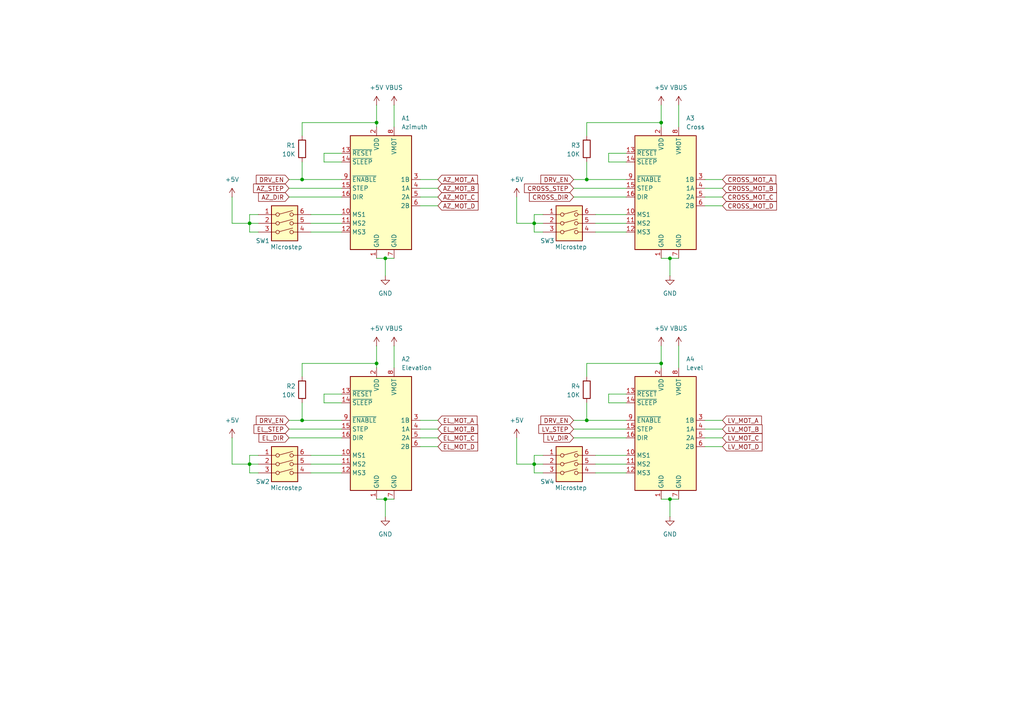
<source format=kicad_sch>
(kicad_sch (version 20250114) (generator "eeschema") (generator_version "9.0")
  (paper "A4")
  (lib_symbols
    (symbol "Device:R" (pin_numbers (hide yes)) (pin_names (offset 0))
      (property "Reference" "R" (at 2.032 0 90))
      (property "Value" "R" (at 0 0 90))
      (symbol "R_0_1"
        (rectangle (start -1.016 -2.54) (end 1.016 2.54) (stroke (width 0.254)))
      )
      (symbol "R_1_1"
        (pin passive line (at 0 3.81 270) (length 1.27) (name "~") (number "1"))
        (pin passive line (at 0 -3.81 90) (length 1.27) (name "~") (number "2"))
      )
    )
    (symbol "Driver_Motor:Pololu_Breakout_A4988"
      (property "Reference" "A" (at -2.54 19.05 0))
      (property "Value" "Pololu_Breakout_A4988" (at -2.54 16.51 0))
      (symbol "Pololu_Breakout_A4988_0_1"
        (rectangle (start 10.16 -17.78) (end -7.62 15.24) (stroke (width 0.254)) (fill (type background)))
      )
      (symbol "Pololu_Breakout_A4988_1_1"
        (pin input line (at -10.16 10.16 0) (length 2.54) (name "~{RESET}") (number "13"))
        (pin input line (at -10.16 7.62 0) (length 2.54) (name "~{SLEEP}") (number "14"))
        (pin input line (at -10.16 2.54 0) (length 2.54) (name "~{ENABLE}") (number "9"))
        (pin input line (at -10.16 0 0) (length 2.54) (name "STEP") (number "15"))
        (pin input line (at -10.16 -2.54 0) (length 2.54) (name "DIR") (number "16"))
        (pin input line (at -10.16 -7.62 0) (length 2.54) (name "MS1") (number "10"))
        (pin input line (at -10.16 -10.16 0) (length 2.54) (name "MS2") (number "11"))
        (pin input line (at -10.16 -12.7 0) (length 2.54) (name "MS3") (number "12"))
        (pin power_in line (at 0 17.78 270) (length 2.54) (name "VDD") (number "2"))
        (pin power_in line (at 0 -20.32 90) (length 2.54) (name "GND") (number "1"))
        (pin power_in line (at 5.08 17.78 270) (length 2.54) (name "VMOT") (number "8"))
        (pin power_in line (at 5.08 -20.32 90) (length 2.54) (name "GND") (number "7"))
        (pin output line (at 12.7 2.54 180) (length 2.54) (name "1B") (number "3"))
        (pin output line (at 12.7 0 180) (length 2.54) (name "1A") (number "4"))
        (pin output line (at 12.7 -2.54 180) (length 2.54) (name "2A") (number "5"))
        (pin output line (at 12.7 -5.08 180) (length 2.54) (name "2B") (number "6"))
      )
    )
    (symbol "Switch:SW_DIP_x03" (pin_names (offset 0) (hide yes))
      (property "Reference" "SW" (at 0 6.35 0))
      (property "Value" "SW_DIP_x03" (at 0 -6.35 0))
      (symbol "SW_DIP_x03_0_0"
        (circle (center -2.032 2.54) (radius 0.508))
        (circle (center -2.032 0) (radius 0.508))
        (circle (center -2.032 -2.54) (radius 0.508))
        (polyline (pts (xy -1.524 2.667) (xy 2.3622 3.7084)))
        (polyline (pts (xy -1.524 0.127) (xy 2.3622 1.1684)))
        (polyline (pts (xy -1.524 -2.413) (xy 2.3622 -1.3716)))
        (circle (center 2.032 2.54) (radius 0.508))
        (circle (center 2.032 0) (radius 0.508))
        (circle (center 2.032 -2.54) (radius 0.508))
      )
      (symbol "SW_DIP_x03_0_1"
        (rectangle (start -3.81 5.08) (end 3.81 -5.08) (stroke (width 0.254)) (fill (type background)))
      )
      (symbol "SW_DIP_x03_1_1"
        (pin passive line (at -7.62 2.54 0) (length 5.08) (name "~") (number "1"))
        (pin passive line (at -7.62 0 0) (length 5.08) (name "~") (number "2"))
        (pin passive line (at -7.62 -2.54 0) (length 5.08) (name "~") (number "3"))
        (pin passive line (at 7.62 2.54 180) (length 5.08) (name "~") (number "6"))
        (pin passive line (at 7.62 0 180) (length 5.08) (name "~") (number "5"))
        (pin passive line (at 7.62 -2.54 180) (length 5.08) (name "~") (number "4"))
      )
    )
    (symbol "power:+5V" (power) (pin_numbers (hide yes)) (pin_names (offset 0) (hide yes))
      (property "Value" "+5V" (at 0 3.556 0))
      (symbol "+5V_0_1"
        (polyline (pts (xy -0.762 1.27) (xy 0 2.54)))
        (polyline (pts (xy 0 2.54) (xy 0.762 1.27)))
        (polyline (pts (xy 0 0) (xy 0 2.54)))
      )
      (symbol "+5V_1_1"
        (pin power_in line (at 0 0 90) (length 0) (name "~") (number "1"))
      )
    )
    (symbol "power:GND" (power) (pin_numbers (hide yes)) (pin_names (offset 0) (hide yes))
      (property "Value" "GND" (at 0 -3.81 0))
      (symbol "GND_0_1"
        (polyline (pts (xy 0 0) (xy 0 -1.27) (xy 1.27 -1.27) (xy 0 -2.54) (xy -1.27 -1.27) (xy 0 -1.27)))
      )
      (symbol "GND_1_1"
        (pin power_in line (at 0 0 270) (length 0) (name "~") (number "1"))
      )
    )
    (symbol "power:VBUS" (power) (pin_numbers (hide yes)) (pin_names (offset 0) (hide yes))
      (property "Value" "VBUS" (at 0 3.556 0))
      (symbol "VBUS_0_1"
        (polyline (pts (xy -0.762 1.27) (xy 0 2.54)))
        (polyline (pts (xy 0 2.54) (xy 0.762 1.27)))
        (polyline (pts (xy 0 0) (xy 0 2.54)))
      )
      (symbol "VBUS_1_1"
        (pin power_in line (at 0 0 90) (length 0) (name "~") (number "1"))
      )
    )
  )
  (junction (at 87.63 121.92))
  (junction (at 170.18 52.07))
  (junction (at 111.76 74.93))
  (junction (at 191.77 105.41))
  (junction (at 191.77 35.56))
  (junction (at 109.22 35.56))
  (junction (at 72.39 64.77))
  (junction (at 72.39 134.62))
  (junction (at 194.31 74.93))
  (junction (at 194.31 144.78))
  (junction (at 109.22 105.41))
  (junction (at 111.76 144.78))
  (junction (at 154.94 134.62))
  (junction (at 170.18 121.92))
  (junction (at 87.63 52.07))
  (junction (at 154.94 64.77))
  (wire (pts (xy 166.37 54.61) (xy 181.61 54.61)))
  (wire (pts (xy 87.63 39.37) (xy 87.63 35.56)))
  (wire (pts (xy 121.92 59.69) (xy 127 59.69)))
  (wire (pts (xy 90.17 137.16) (xy 99.06 137.16)))
  (wire (pts (xy 191.77 35.56) (xy 191.77 36.83)))
  (wire (pts (xy 194.31 74.93) (xy 194.31 80.01)))
  (wire (pts (xy 121.92 124.46) (xy 127 124.46)))
  (wire (pts (xy 109.22 144.78) (xy 111.76 144.78)))
  (wire (pts (xy 111.76 144.78) (xy 111.76 149.86)))
  (wire (pts (xy 109.22 74.93) (xy 111.76 74.93)))
  (wire (pts (xy 191.77 105.41) (xy 191.77 106.68)))
  (wire (pts (xy 204.47 52.07) (xy 209.55 52.07)))
  (wire (pts (xy 191.77 74.93) (xy 194.31 74.93)))
  (wire (pts (xy 114.3 100.33) (xy 114.3 106.68)))
  (wire (pts (xy 72.39 132.08) (xy 72.39 134.62)))
  (wire (pts (xy 181.61 114.3) (xy 176.53 114.3)))
  (wire (pts (xy 109.22 105.41) (xy 109.22 106.68)))
  (wire (pts (xy 87.63 121.92) (xy 99.06 121.92)))
  (wire (pts (xy 170.18 121.92) (xy 181.61 121.92)))
  (wire (pts (xy 149.86 134.62) (xy 154.94 134.62)))
  (wire (pts (xy 149.86 64.77) (xy 154.94 64.77)))
  (wire (pts (xy 194.31 74.93) (xy 196.85 74.93)))
  (wire (pts (xy 166.37 57.15) (xy 181.61 57.15)))
  (wire (pts (xy 154.94 64.77) (xy 157.48 64.77)))
  (wire (pts (xy 170.18 39.37) (xy 170.18 35.56)))
  (wire (pts (xy 154.94 134.62) (xy 157.48 134.62)))
  (wire (pts (xy 87.63 109.22) (xy 87.63 105.41)))
  (wire (pts (xy 87.63 46.99) (xy 87.63 52.07)))
  (wire (pts (xy 154.94 64.77) (xy 154.94 67.31)))
  (wire (pts (xy 204.47 54.61) (xy 209.55 54.61)))
  (wire (pts (xy 114.3 30.48) (xy 114.3 36.83)))
  (wire (pts (xy 157.48 132.08) (xy 154.94 132.08)))
  (wire (pts (xy 149.86 57.15) (xy 149.86 64.77)))
  (wire (pts (xy 194.31 144.78) (xy 194.31 149.86)))
  (wire (pts (xy 191.77 144.78) (xy 194.31 144.78)))
  (wire (pts (xy 166.37 121.92) (xy 170.18 121.92)))
  (wire (pts (xy 191.77 100.33) (xy 191.77 105.41)))
  (wire (pts (xy 90.17 67.31) (xy 99.06 67.31)))
  (wire (pts (xy 99.06 114.3) (xy 93.98 114.3)))
  (wire (pts (xy 176.53 46.99) (xy 181.61 46.99)))
  (wire (pts (xy 72.39 134.62) (xy 72.39 137.16)))
  (wire (pts (xy 176.53 44.45) (xy 176.53 46.99)))
  (wire (pts (xy 72.39 134.62) (xy 74.93 134.62)))
  (wire (pts (xy 204.47 57.15) (xy 209.55 57.15)))
  (wire (pts (xy 87.63 52.07) (xy 99.06 52.07)))
  (wire (pts (xy 154.94 62.23) (xy 154.94 64.77)))
  (wire (pts (xy 72.39 62.23) (xy 72.39 64.77)))
  (wire (pts (xy 67.31 57.15) (xy 67.31 64.77)))
  (wire (pts (xy 121.92 54.61) (xy 127 54.61)))
  (wire (pts (xy 166.37 127) (xy 181.61 127)))
  (wire (pts (xy 121.92 129.54) (xy 127 129.54)))
  (wire (pts (xy 204.47 121.92) (xy 209.55 121.92)))
  (wire (pts (xy 172.72 137.16) (xy 181.61 137.16)))
  (wire (pts (xy 90.17 134.62) (xy 99.06 134.62)))
  (wire (pts (xy 172.72 62.23) (xy 181.61 62.23)))
  (wire (pts (xy 154.94 132.08) (xy 154.94 134.62)))
  (wire (pts (xy 87.63 116.84) (xy 87.63 121.92)))
  (wire (pts (xy 154.94 67.31) (xy 157.48 67.31)))
  (wire (pts (xy 83.82 127) (xy 99.06 127)))
  (wire (pts (xy 121.92 52.07) (xy 127 52.07)))
  (wire (pts (xy 83.82 57.15) (xy 99.06 57.15)))
  (wire (pts (xy 111.76 74.93) (xy 111.76 80.01)))
  (wire (pts (xy 121.92 127) (xy 127 127)))
  (wire (pts (xy 72.39 67.31) (xy 74.93 67.31)))
  (wire (pts (xy 83.82 121.92) (xy 87.63 121.92)))
  (wire (pts (xy 154.94 134.62) (xy 154.94 137.16)))
  (wire (pts (xy 111.76 74.93) (xy 114.3 74.93)))
  (wire (pts (xy 170.18 35.56) (xy 191.77 35.56)))
  (wire (pts (xy 181.61 44.45) (xy 176.53 44.45)))
  (wire (pts (xy 172.72 134.62) (xy 181.61 134.62)))
  (wire (pts (xy 154.94 137.16) (xy 157.48 137.16)))
  (wire (pts (xy 170.18 105.41) (xy 191.77 105.41)))
  (wire (pts (xy 90.17 64.77) (xy 99.06 64.77)))
  (wire (pts (xy 204.47 129.54) (xy 209.55 129.54)))
  (wire (pts (xy 67.31 134.62) (xy 72.39 134.62)))
  (wire (pts (xy 204.47 59.69) (xy 209.55 59.69)))
  (wire (pts (xy 109.22 35.56) (xy 109.22 36.83)))
  (wire (pts (xy 204.47 124.46) (xy 209.55 124.46)))
  (wire (pts (xy 72.39 137.16) (xy 74.93 137.16)))
  (wire (pts (xy 93.98 114.3) (xy 93.98 116.84)))
  (wire (pts (xy 191.77 30.48) (xy 191.77 35.56)))
  (wire (pts (xy 87.63 35.56) (xy 109.22 35.56)))
  (wire (pts (xy 87.63 105.41) (xy 109.22 105.41)))
  (wire (pts (xy 170.18 46.99) (xy 170.18 52.07)))
  (wire (pts (xy 83.82 124.46) (xy 99.06 124.46)))
  (wire (pts (xy 74.93 62.23) (xy 72.39 62.23)))
  (wire (pts (xy 166.37 124.46) (xy 181.61 124.46)))
  (wire (pts (xy 109.22 100.33) (xy 109.22 105.41)))
  (wire (pts (xy 111.76 144.78) (xy 114.3 144.78)))
  (wire (pts (xy 172.72 67.31) (xy 181.61 67.31)))
  (wire (pts (xy 172.72 64.77) (xy 181.61 64.77)))
  (wire (pts (xy 93.98 46.99) (xy 99.06 46.99)))
  (wire (pts (xy 74.93 132.08) (xy 72.39 132.08)))
  (wire (pts (xy 149.86 127) (xy 149.86 134.62)))
  (wire (pts (xy 172.72 132.08) (xy 181.61 132.08)))
  (wire (pts (xy 67.31 127) (xy 67.31 134.62)))
  (wire (pts (xy 121.92 121.92) (xy 127 121.92)))
  (wire (pts (xy 72.39 64.77) (xy 72.39 67.31)))
  (wire (pts (xy 83.82 54.61) (xy 99.06 54.61)))
  (wire (pts (xy 121.92 57.15) (xy 127 57.15)))
  (wire (pts (xy 196.85 100.33) (xy 196.85 106.68)))
  (wire (pts (xy 90.17 132.08) (xy 99.06 132.08)))
  (wire (pts (xy 93.98 44.45) (xy 93.98 46.99)))
  (wire (pts (xy 166.37 52.07) (xy 170.18 52.07)))
  (wire (pts (xy 194.31 144.78) (xy 196.85 144.78)))
  (wire (pts (xy 170.18 109.22) (xy 170.18 105.41)))
  (wire (pts (xy 99.06 44.45) (xy 93.98 44.45)))
  (wire (pts (xy 176.53 116.84) (xy 181.61 116.84)))
  (wire (pts (xy 109.22 30.48) (xy 109.22 35.56)))
  (wire (pts (xy 72.39 64.77) (xy 74.93 64.77)))
  (wire (pts (xy 170.18 52.07) (xy 181.61 52.07)))
  (wire (pts (xy 170.18 116.84) (xy 170.18 121.92)))
  (wire (pts (xy 83.82 52.07) (xy 87.63 52.07)))
  (wire (pts (xy 67.31 64.77) (xy 72.39 64.77)))
  (wire (pts (xy 176.53 114.3) (xy 176.53 116.84)))
  (wire (pts (xy 93.98 116.84) (xy 99.06 116.84)))
  (wire (pts (xy 90.17 62.23) (xy 99.06 62.23)))
  (wire (pts (xy 204.47 127) (xy 209.55 127)))
  (wire (pts (xy 157.48 62.23) (xy 154.94 62.23)))
  (wire (pts (xy 196.85 30.48) (xy 196.85 36.83)))
  (global_label "LV_STEP" (shape input) (at 166.37 124.46 180) (property "Intersheetrefs" "${INTERSHEET_REFS}" (effects (hide yes))))
  (global_label "EL_STEP" (shape input) (at 83.82 124.46 180) (property "Intersheetrefs" "${INTERSHEET_REFS}" (effects (hide yes))))
  (global_label "LV_MOT_D" (shape input) (at 209.55 129.54 0) (property "Intersheetrefs" "${INTERSHEET_REFS}" (effects (hide yes))))
  (global_label "EL_MOT_C" (shape input) (at 127 127 0) (property "Intersheetrefs" "${INTERSHEET_REFS}" (effects (hide yes))))
  (global_label "EL_MOT_B" (shape input) (at 127 124.46 0) (property "Intersheetrefs" "${INTERSHEET_REFS}" (effects (hide yes))))
  (global_label "CROSS_DIR" (shape input) (at 166.37 57.15 180) (property "Intersheetrefs" "${INTERSHEET_REFS}" (effects (hide yes))))
  (global_label "AZ_MOT_D" (shape input) (at 127 59.69 0) (property "Intersheetrefs" "${INTERSHEET_REFS}" (effects (hide yes))))
  (global_label "AZ_MOT_B" (shape input) (at 127 54.61 0) (property "Intersheetrefs" "${INTERSHEET_REFS}" (effects (hide yes))))
  (global_label "LV_MOT_A" (shape input) (at 209.55 121.92 0) (property "Intersheetrefs" "${INTERSHEET_REFS}" (effects (hide yes))))
  (global_label "DRV_EN" (shape input) (at 166.37 52.07 180) (property "Intersheetrefs" "${INTERSHEET_REFS}" (effects (hide yes))))
  (global_label "AZ_MOT_C" (shape input) (at 127 57.15 0) (property "Intersheetrefs" "${INTERSHEET_REFS}" (effects (hide yes))))
  (global_label "CROSS_MOT_A" (shape input) (at 209.55 52.07 0) (property "Intersheetrefs" "${INTERSHEET_REFS}" (effects (hide yes))))
  (global_label "DRV_EN" (shape input) (at 83.82 52.07 180) (property "Intersheetrefs" "${INTERSHEET_REFS}" (effects (hide yes))))
  (global_label "AZ_STEP" (shape input) (at 83.82 54.61 180) (property "Intersheetrefs" "${INTERSHEET_REFS}" (effects (hide yes))))
  (global_label "CROSS_STEP" (shape input) (at 166.37 54.61 180) (property "Intersheetrefs" "${INTERSHEET_REFS}" (effects (hide yes))))
  (global_label "LV_MOT_B" (shape input) (at 209.55 124.46 0) (property "Intersheetrefs" "${INTERSHEET_REFS}" (effects (hide yes))))
  (global_label "CROSS_MOT_D" (shape input) (at 209.55 59.69 0) (property "Intersheetrefs" "${INTERSHEET_REFS}" (effects (hide yes))))
  (global_label "AZ_MOT_A" (shape input) (at 127 52.07 0) (property "Intersheetrefs" "${INTERSHEET_REFS}" (effects (hide yes))))
  (global_label "EL_MOT_D" (shape input) (at 127 129.54 0) (property "Intersheetrefs" "${INTERSHEET_REFS}" (effects (hide yes))))
  (global_label "DRV_EN" (shape input) (at 166.37 121.92 180) (property "Intersheetrefs" "${INTERSHEET_REFS}" (effects (hide yes))))
  (global_label "EL_DIR" (shape input) (at 83.82 127 180) (property "Intersheetrefs" "${INTERSHEET_REFS}" (effects (hide yes))))
  (global_label "CROSS_MOT_C" (shape input) (at 209.55 57.15 0) (property "Intersheetrefs" "${INTERSHEET_REFS}" (effects (hide yes))))
  (global_label "LV_MOT_C" (shape input) (at 209.55 127 0) (property "Intersheetrefs" "${INTERSHEET_REFS}" (effects (hide yes))))
  (global_label "LV_DIR" (shape input) (at 166.37 127 180) (property "Intersheetrefs" "${INTERSHEET_REFS}" (effects (hide yes))))
  (global_label "CROSS_MOT_B" (shape input) (at 209.55 54.61 0) (property "Intersheetrefs" "${INTERSHEET_REFS}" (effects (hide yes))))
  (global_label "AZ_DIR" (shape input) (at 83.82 57.15 180) (property "Intersheetrefs" "${INTERSHEET_REFS}" (effects (hide yes))))
  (global_label "DRV_EN" (shape input) (at 83.82 121.92 180) (property "Intersheetrefs" "${INTERSHEET_REFS}" (effects (hide yes))))
  (global_label "EL_MOT_A" (shape input) (at 127 121.92 0) (property "Intersheetrefs" "${INTERSHEET_REFS}" (effects (hide yes))))
  (symbol (lib_id "power:GND") (at 194.31 149.86 0) (unit 1)
    (property "Reference" "#PWR019" (effects (hide yes)))
    (property "Value" "GND" (at 194.31 154.94 0))
    (property "Description" "Power symbol creates a global label with name \"GND\" , ground" (effects (hide yes)))
  )
  (symbol (lib_id "power:VBUS") (at 114.3 30.48 0) (unit 1)
    (property "Reference" "#PWR06" (effects (hide yes)))
    (property "Value" "VBUS" (at 114.3 25.4 0))
    (property "Description" "Power symbol creates a global label with name \"VBUS\"" (effects (hide yes)))
  )
  (symbol (lib_id "Device:R") (at 87.63 113.03 0) (unit 1)
    (property "Reference" "R2" (at 83.058 112.014 0) (effects (justify left)))
    (property "Value" "10K" (at 81.788 114.554 0) (effects (justify left)))
    (property "Description" "Resistor" (effects (hide yes)))
  )
  (symbol (lib_id "power:VBUS") (at 114.3 100.33 0) (unit 1)
    (property "Reference" "#PWR012" (effects (hide yes)))
    (property "Value" "VBUS" (at 114.3 95.25 0))
    (property "Description" "Power symbol creates a global label with name \"VBUS\"" (effects (hide yes)))
  )
  (symbol (lib_id "power:+5V") (at 67.31 127 0) (unit 1)
    (property "Reference" "#PWR09" (effects (hide yes)))
    (property "Value" "+5V" (at 67.31 121.92 0))
    (property "Description" "Power symbol creates a global label with name \"+5V\"" (effects (hide yes)))
  )
  (symbol (lib_id "power:+5V") (at 191.77 100.33 0) (unit 1)
    (property "Reference" "#PWR018" (effects (hide yes)))
    (property "Value" "+5V" (at 191.77 95.25 0))
    (property "Description" "Power symbol creates a global label with name \"+5V\"" (effects (hide yes)))
  )
  (symbol (lib_id "Switch:SW_DIP_x03") (at 165.1 64.77 0) (unit 1)
    (property "Reference" "SW3" (at 158.75 69.85 0))
    (property "Value" "Microstep" (at 165.608 71.628 0))
    (property "Description" "3x DIP Switch, Single Pole Single Throw (SPST) switch, small symbol" (effects (hide yes)))
  )
  (symbol (lib_id "Switch:SW_DIP_x03") (at 82.55 134.62 0) (unit 1)
    (property "Reference" "SW2" (at 76.2 139.7 0))
    (property "Value" "Microstep" (at 83.058 141.478 0))
    (property "Description" "3x DIP Switch, Single Pole Single Throw (SPST) switch, small symbol" (effects (hide yes)))
  )
  (symbol (lib_id "power:GND") (at 194.31 80.01 0) (unit 1)
    (property "Reference" "#PWR015" (effects (hide yes)))
    (property "Value" "GND" (at 194.31 85.09 0))
    (property "Description" "Power symbol creates a global label with name \"GND\" , ground" (effects (hide yes)))
  )
  (symbol (lib_id "Device:R") (at 170.18 113.03 0) (unit 1)
    (property "Reference" "R4" (at 165.608 112.014 0) (effects (justify left)))
    (property "Value" "10K" (at 164.338 114.554 0) (effects (justify left)))
    (property "Description" "Resistor" (effects (hide yes)))
  )
  (symbol (lib_id "power:+5V") (at 67.31 57.15 0) (unit 1)
    (property "Reference" "#PWR08" (effects (hide yes)))
    (property "Value" "+5V" (at 67.31 52.07 0))
    (property "Description" "Power symbol creates a global label with name \"+5V\"" (effects (hide yes)))
  )
  (symbol (lib_id "power:+5V") (at 149.86 57.15 0) (unit 1)
    (property "Reference" "#PWR013" (effects (hide yes)))
    (property "Value" "+5V" (at 149.86 52.07 0))
    (property "Description" "Power symbol creates a global label with name \"+5V\"" (effects (hide yes)))
  )
  (symbol (lib_id "power:+5V") (at 191.77 30.48 0) (unit 1)
    (property "Reference" "#PWR014" (effects (hide yes)))
    (property "Value" "+5V" (at 191.77 25.4 0))
    (property "Description" "Power symbol creates a global label with name \"+5V\"" (effects (hide yes)))
  )
  (symbol (lib_id "power:VBUS") (at 196.85 100.33 0) (unit 1)
    (property "Reference" "#PWR020" (effects (hide yes)))
    (property "Value" "VBUS" (at 196.85 95.25 0))
    (property "Description" "Power symbol creates a global label with name \"VBUS\"" (effects (hide yes)))
  )
  (symbol (lib_id "Switch:SW_DIP_x03") (at 165.1 134.62 0) (unit 1)
    (property "Reference" "SW4" (at 158.75 139.7 0))
    (property "Value" "Microstep" (at 165.608 141.478 0))
    (property "Description" "3x DIP Switch, Single Pole Single Throw (SPST) switch, small symbol" (effects (hide yes)))
  )
  (symbol (lib_id "Switch:SW_DIP_x03") (at 82.55 64.77 0) (unit 1)
    (property "Reference" "SW1" (at 76.2 69.85 0))
    (property "Value" "Microstep" (at 83.058 71.628 0))
    (property "Description" "3x DIP Switch, Single Pole Single Throw (SPST) switch, small symbol" (effects (hide yes)))
  )
  (symbol (lib_id "Driver_Motor:Pololu_Breakout_A4988") (at 191.77 124.46 0) (unit 1)
    (property "Reference" "A4" (at 198.9933 104.14 0) (effects (justify left)))
    (property "Value" "Level" (at 198.9933 106.68 0) (effects (justify left)))
    (property "Footprint" "Module:Pololu_Breakout-16_15.2x20.3mm" (effects (hide yes)))
    (property "Datasheet" "https://www.pololu.com/product/2980/pictures" (effects (hide yes)))
    (property "Description" "Pololu Breakout Board, Stepper Driver A4988" (effects (hide yes)))
  )
  (symbol (lib_id "power:GND") (at 111.76 149.86 0) (unit 1)
    (property "Reference" "#PWR011" (effects (hide yes)))
    (property "Value" "GND" (at 111.76 154.94 0))
    (property "Description" "Power symbol creates a global label with name \"GND\" , ground" (effects (hide yes)))
  )
  (symbol (lib_id "power:VBUS") (at 196.85 30.48 0) (unit 1)
    (property "Reference" "#PWR016" (effects (hide yes)))
    (property "Value" "VBUS" (at 196.85 25.4 0))
    (property "Description" "Power symbol creates a global label with name \"VBUS\"" (effects (hide yes)))
  )
  (symbol (lib_id "Driver_Motor:Pololu_Breakout_A4988") (at 109.22 124.46 0) (unit 1)
    (property "Reference" "A2" (at 116.4433 104.14 0) (effects (justify left)))
    (property "Value" "Elevation" (at 116.4433 106.68 0) (effects (justify left)))
    (property "Footprint" "Module:Pololu_Breakout-16_15.2x20.3mm" (effects (hide yes)))
    (property "Datasheet" "https://www.pololu.com/product/2980/pictures" (effects (hide yes)))
    (property "Description" "Pololu Breakout Board, Stepper Driver A4988" (effects (hide yes)))
  )
  (symbol (lib_id "Device:R") (at 87.63 43.18 0) (unit 1)
    (property "Reference" "R1" (at 83.058 42.164 0) (effects (justify left)))
    (property "Value" "10K" (at 81.788 44.704 0) (effects (justify left)))
    (property "Description" "Resistor" (effects (hide yes)))
  )
  (symbol (lib_id "power:+5V") (at 149.86 127 0) (unit 1)
    (property "Reference" "#PWR017" (effects (hide yes)))
    (property "Value" "+5V" (at 149.86 121.92 0))
    (property "Description" "Power symbol creates a global label with name \"+5V\"" (effects (hide yes)))
  )
  (symbol (lib_id "Driver_Motor:Pololu_Breakout_A4988") (at 191.77 54.61 0) (unit 1)
    (property "Reference" "A3" (at 198.9933 34.29 0) (effects (justify left)))
    (property "Value" "Cross" (at 198.9933 36.83 0) (effects (justify left)))
    (property "Footprint" "Module:Pololu_Breakout-16_15.2x20.3mm" (effects (hide yes)))
    (property "Datasheet" "https://www.pololu.com/product/2980/pictures" (effects (hide yes)))
    (property "Description" "Pololu Breakout Board, Stepper Driver A4988" (effects (hide yes)))
  )
  (symbol (lib_id "power:GND") (at 111.76 80.01 0) (unit 1)
    (property "Reference" "#PWR02" (effects (hide yes)))
    (property "Value" "GND" (at 111.76 85.09 0))
    (property "Description" "Power symbol creates a global label with name \"GND\" , ground" (effects (hide yes)))
  )
  (symbol (lib_id "Device:R") (at 170.18 43.18 0) (unit 1)
    (property "Reference" "R3" (at 165.608 42.164 0) (effects (justify left)))
    (property "Value" "10K" (at 164.338 44.704 0) (effects (justify left)))
    (property "Description" "Resistor" (effects (hide yes)))
  )
  (symbol (lib_id "Driver_Motor:Pololu_Breakout_A4988") (at 109.22 54.61 0) (unit 1)
    (property "Reference" "A1" (at 116.4433 34.29 0) (effects (justify left)))
    (property "Value" "Azimuth" (at 116.4433 36.83 0) (effects (justify left)))
    (property "Footprint" "Module:Pololu_Breakout-16_15.2x20.3mm" (effects (hide yes)))
    (property "Datasheet" "https://www.pololu.com/product/2980/pictures" (effects (hide yes)))
    (property "Description" "Pololu Breakout Board, Stepper Driver A4988" (effects (hide yes)))
  )
  (symbol (lib_id "power:+5V") (at 109.22 100.33 0) (unit 1)
    (property "Reference" "#PWR010" (effects (hide yes)))
    (property "Value" "+5V" (at 109.22 95.25 0))
    (property "Description" "Power symbol creates a global label with name \"+5V\"" (effects (hide yes)))
  )
  (symbol (lib_id "power:+5V") (at 109.22 30.48 0) (unit 1)
    (property "Reference" "#PWR07" (effects (hide yes)))
    (property "Value" "+5V" (at 109.22 25.4 0))
    (property "Description" "Power symbol creates a global label with name \"+5V\"" (effects (hide yes)))
  )
)
</source>
